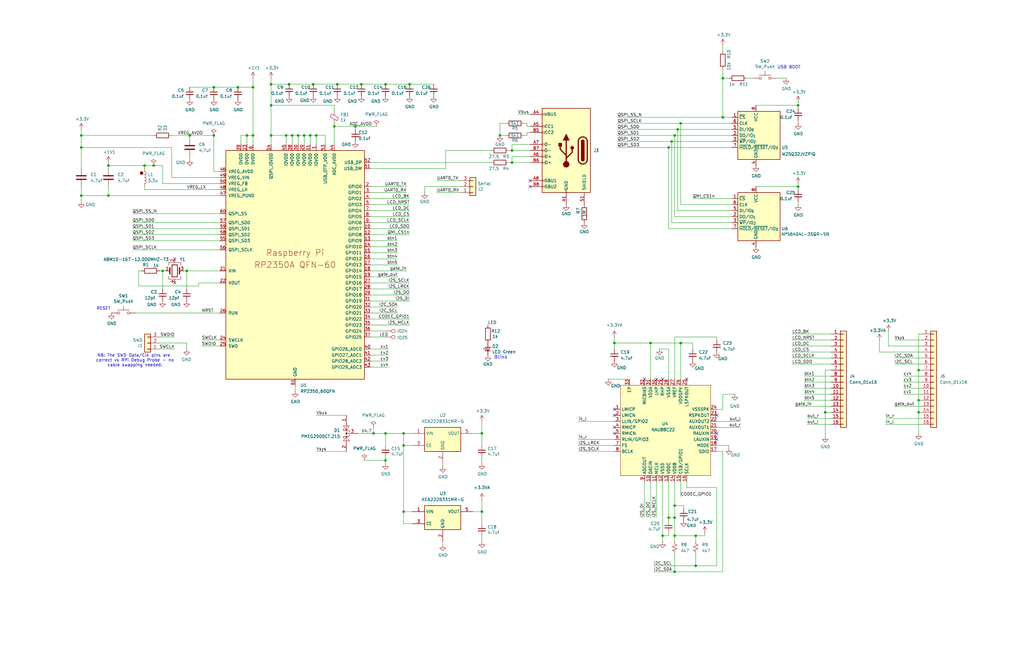
<source format=kicad_sch>
(kicad_sch (version 20250114) (generator "eeschema") (generator_version "9.0")
  (paper "B")
  (title_block (title "G081_Audio") (date "2021-12-09") (rev "0.2"))
  (circle (center 59.69 73.025) (radius 0.635) (stroke (width 0) (color 132 0 0 1)) (fill (type color) (color 132 0 0 1)))
  (text "USB BOOT" (at 332.74 28.448 0) (effects (font (size 1.27 1.27))))
  (text "Blink" (at 208.28 151.765 0) (effects (font (size 1.524 1.524)) (justify left bottom)))
  (text "RESET" (at 43.688 130.302 0) (effects (font (size 1.27 1.27))))
  (text "NB: The SWD Data/Clk pins are \ncorrect vs RPi Debug Probe - no\ncable swapping needed." (at 56.896 152.146 0) (effects (font (size 1.27 1.27))))
  (junction (at 336.55 44.45))
  (junction (at 274.32 144.78))
  (junction (at 215.9 63.5))
  (junction (at 106.68 36.83))
  (junction (at 285.75 54.61))
  (junction (at 387.35 173.99))
  (junction (at 90.17 36.83))
  (junction (at 336.55 78.74))
  (junction (at 287.02 144.78))
  (junction (at 284.48 57.15))
  (junction (at 114.3 44.45))
  (junction (at 152.4 35.56))
  (junction (at 170.18 182.88))
  (junction (at 162.56 35.56))
  (junction (at 120.65 57.15))
  (junction (at 123.19 57.15))
  (junction (at 142.24 35.56))
  (junction (at 132.08 35.56))
  (junction (at 170.18 187.96))
  (junction (at 45.72 69.85))
  (junction (at 203.2 215.9))
  (junction (at 281.94 62.23))
  (junction (at 68.58 114.3))
  (junction (at 100.33 36.83))
  (junction (at 281.94 218.44))
  (junction (at 347.98 173.99))
  (junction (at 172.72 35.56))
  (junction (at 162.56 182.88))
  (junction (at 128.27 57.15))
  (junction (at 34.29 57.15))
  (junction (at 284.48 241.3))
  (junction (at 170.18 215.9))
  (junction (at 45.72 82.55))
  (junction (at 283.21 59.69))
  (junction (at 387.35 168.91))
  (junction (at 149.86 53.34))
  (junction (at 104.14 57.15))
  (junction (at 133.35 57.15))
  (junction (at 121.92 35.56))
  (junction (at 125.73 57.15))
  (junction (at 215.9 68.58))
  (junction (at 279.4 226.06))
  (junction (at 114.3 35.56))
  (junction (at 140.97 53.34))
  (junction (at 34.29 62.23))
  (junction (at 284.48 226.06))
  (junction (at 284.48 218.44))
  (junction (at 293.37 238.76))
  (junction (at 34.29 82.55))
  (junction (at 304.8 33.02))
  (junction (at 203.2 182.88))
  (junction (at 284.48 213.36))
  (junction (at 162.56 194.31))
  (junction (at 157.48 182.88))
  (junction (at 210.82 57.15))
  (junction (at 90.17 57.15))
  (junction (at 130.81 57.15))
  (junction (at 80.01 57.15))
  (junction (at 60.96 69.85))
  (junction (at 106.68 57.15))
  (junction (at 304.8 49.53))
  (junction (at 287.02 52.07))
  (junction (at 293.37 226.06))
  (junction (at 387.35 156.21))
  (junction (at 64.77 69.85))
  (junction (at 259.08 144.78))
  (junction (at 78.74 114.3))
  (junction (at 114.3 57.15))
  (no_connect (at 259.08 175.26))
  (no_connect (at 276.86 160.02))
  (no_connect (at 302.26 175.26))
  (no_connect (at 302.26 185.42))
  (no_connect (at 259.08 172.72))
  (no_connect (at 279.4 160.02))
  (no_connect (at 223.52 78.74))
  (no_connect (at 259.08 180.34))
  (no_connect (at 271.78 160.02))
  (no_connect (at 289.56 160.02))
  (no_connect (at 302.26 182.88))
  (no_connect (at 73.66 109.22))
  (no_connect (at 223.52 76.2))
  (no_connect (at 259.08 182.88))
  (no_connect (at 73.66 119.38))
  (wire (pts (xy 302.26 142.24) (xy 302.26 143.51)))
  (wire (pts (xy 387.35 168.91) (xy 388.62 168.91)))
  (wire (pts (xy 156.21 127) (xy 172.72 127)))
  (wire (pts (xy 350.52 140.97) (xy 334.01 140.97)))
  (wire (pts (xy 106.68 60.96) (xy 106.68 57.15)))
  (wire (pts (xy 60.96 80.01) (xy 92.71 80.01)))
  (wire (pts (xy 157.48 182.88) (xy 162.56 182.88)))
  (wire (pts (xy 156.21 139.7) (xy 162.56 139.7)))
  (wire (pts (xy 279.4 226.06) (xy 279.4 228.6)))
  (wire (pts (xy 222.25 52.07) (xy 220.98 52.07)))
  (wire (pts (xy 156.21 88.9) (xy 172.72 88.9)))
  (wire (pts (xy 153.67 194.31) (xy 162.56 194.31)))
  (wire (pts (xy 388.62 179.07) (xy 373.38 179.07)))
  (wire (pts (xy 377.19 151.13) (xy 388.62 151.13)))
  (wire (pts (xy 214.63 68.58) (xy 215.9 68.58)))
  (wire (pts (xy 287.02 144.78) (xy 292.1 144.78)))
  (wire (pts (xy 45.72 71.12) (xy 45.72 69.85)))
  (wire (pts (xy 281.94 160.02) (xy 281.94 147.32)))
  (wire (pts (xy 34.29 57.15) (xy 64.77 57.15)))
  (wire (pts (xy 114.3 57.15) (xy 120.65 57.15)))
  (wire (pts (xy 223.52 63.5) (xy 215.9 63.5)))
  (wire (pts (xy 156.21 134.62) (xy 172.72 134.62)))
  (wire (pts (xy 156.21 81.28) (xy 171.45 81.28)))
  (wire (pts (xy 336.55 77.47) (xy 336.55 78.74)))
  (wire (pts (xy 274.32 218.44) (xy 274.32 203.2)))
  (wire (pts (xy 304.8 190.5) (xy 304.8 241.3)))
  (wire (pts (xy 156.21 137.16) (xy 172.72 137.16)))
  (wire (pts (xy 45.72 68.58) (xy 45.72 69.85)))
  (wire (pts (xy 151.13 182.88) (xy 157.48 182.88)))
  (wire (pts (xy 73.66 147.32) (xy 67.31 147.32)))
  (wire (pts (xy 276.86 218.44) (xy 276.86 203.2)))
  (wire (pts (xy 281.94 147.32) (xy 278.13 147.32)))
  (wire (pts (xy 308.61 83.82) (xy 292.1 83.82)))
  (wire (pts (xy 156.21 129.54) (xy 167.64 129.54)))
  (wire (pts (xy 34.29 57.15) (xy 34.29 62.23)))
  (wire (pts (xy 58.42 120.65) (xy 58.42 114.3)))
  (wire (pts (xy 222.25 57.15) (xy 220.98 57.15)))
  (wire (pts (xy 388.62 161.29) (xy 381 161.29)))
  (wire (pts (xy 243.84 187.96) (xy 259.08 187.96)))
  (wire (pts (xy 339.09 161.29) (xy 350.52 161.29)))
  (wire (pts (xy 199.39 215.9) (xy 203.2 215.9)))
  (wire (pts (xy 34.29 54.61) (xy 34.29 57.15)))
  (wire (pts (xy 114.3 44.45) (xy 114.3 57.15)))
  (wire (pts (xy 55.88 101.6) (xy 92.71 101.6)))
  (wire (pts (xy 149.86 53.34) (xy 158.75 53.34)))
  (wire (pts (xy 350.52 148.59) (xy 334.01 148.59)))
  (wire (pts (xy 170.18 215.9) (xy 170.18 187.96)))
  (wire (pts (xy 223.52 55.88) (xy 222.25 55.88)))
  (wire (pts (xy 256.54 160.02) (xy 265.43 160.02)))
  (wire (pts (xy 260.35 49.53) (xy 304.8 49.53)))
  (wire (pts (xy 68.58 77.47) (xy 68.58 69.85)))
  (wire (pts (xy 281.94 203.2) (xy 281.94 218.44)))
  (wire (pts (xy 67.31 142.24) (xy 73.66 142.24)))
  (wire (pts (xy 339.09 168.91) (xy 350.52 168.91)))
  (wire (pts (xy 213.36 52.07) (xy 210.82 52.07)))
  (wire (pts (xy 312.42 180.34) (xy 302.26 180.34)))
  (wire (pts (xy 170.18 182.88) (xy 173.99 182.88)))
  (wire (pts (xy 288.29 213.36) (xy 284.48 213.36)))
  (wire (pts (xy 284.48 213.36) (xy 284.48 218.44)))
  (wire (pts (xy 170.18 187.96) (xy 170.18 182.88)))
  (wire (pts (xy 85.09 143.51) (xy 92.71 143.51)))
  (wire (pts (xy 152.4 35.56) (xy 162.56 35.56)))
  (wire (pts (xy 281.94 96.52) (xy 308.61 96.52)))
  (wire (pts (xy 302.26 172.72) (xy 304.8 172.72)))
  (wire (pts (xy 173.99 215.9) (xy 170.18 215.9)))
  (wire (pts (xy 374.65 146.05) (xy 374.65 139.7)))
  (wire (pts (xy 83.82 120.65) (xy 58.42 120.65)))
  (wire (pts (xy 203.2 215.9) (xy 203.2 210.82)))
  (wire (pts (xy 203.2 193.04) (xy 203.2 195.58)))
  (wire (pts (xy 114.3 57.15) (xy 114.3 60.96)))
  (wire (pts (xy 55.88 96.52) (xy 92.71 96.52)))
  (wire (pts (xy 203.2 182.88) (xy 203.2 187.96)))
  (wire (pts (xy 172.72 119.38) (xy 156.21 119.38)))
  (wire (pts (xy 284.48 203.2) (xy 284.48 213.36)))
  (wire (pts (xy 210.82 52.07) (xy 210.82 57.15)))
  (wire (pts (xy 214.63 63.5) (xy 215.9 63.5)))
  (wire (pts (xy 314.96 33.02) (xy 317.5 33.02)))
  (wire (pts (xy 284.48 91.44) (xy 308.61 91.44)))
  (wire (pts (xy 339.09 163.83) (xy 350.52 163.83)))
  (wire (pts (xy 80.01 57.15) (xy 90.17 57.15)))
  (wire (pts (xy 350.52 143.51) (xy 334.01 143.51)))
  (wire (pts (xy 170.18 220.98) (xy 170.18 215.9)))
  (wire (pts (xy 339.09 158.75) (xy 350.52 158.75)))
  (wire (pts (xy 140.97 44.45) (xy 140.97 46.99)))
  (wire (pts (xy 259.08 185.42) (xy 243.84 185.42)))
  (wire (pts (xy 215.9 63.5) (xy 215.9 60.96)))
  (wire (pts (xy 132.08 35.56) (xy 142.24 35.56)))
  (wire (pts (xy 120.65 57.15) (xy 123.19 57.15)))
  (wire (pts (xy 187.96 71.12) (xy 156.21 71.12)))
  (wire (pts (xy 167.64 101.6) (xy 156.21 101.6)))
  (wire (pts (xy 370.84 148.59) (xy 388.62 148.59)))
  (wire (pts (xy 80.01 36.83) (xy 90.17 36.83)))
  (wire (pts (xy 55.88 105.41) (xy 92.71 105.41)))
  (wire (pts (xy 222.25 55.88) (xy 222.25 57.15)))
  (wire (pts (xy 293.37 238.76) (xy 293.37 233.68)))
  (wire (pts (xy 100.33 36.83) (xy 106.68 36.83)))
  (wire (pts (xy 187.96 63.5) (xy 207.01 63.5)))
  (wire (pts (xy 167.64 109.22) (xy 156.21 109.22)))
  (wire (pts (xy 120.65 57.15) (xy 120.65 60.96)))
  (wire (pts (xy 281.94 224.79) (xy 281.94 226.06)))
  (wire (pts (xy 287.02 203.2) (xy 287.02 209.55)))
  (wire (pts (xy 304.8 49.53) (xy 304.8 33.02)))
  (wire (pts (xy 302.26 238.76) (xy 293.37 238.76)))
  (wire (pts (xy 288.29 214.63) (xy 288.29 213.36)))
  (wire (pts (xy 312.42 177.8) (xy 302.26 177.8)))
  (wire (pts (xy 308.61 86.36) (xy 287.02 86.36)))
  (wire (pts (xy 274.32 144.78) (xy 274.32 160.02)))
  (wire (pts (xy 203.2 226.06) (xy 203.2 228.6)))
  (wire (pts (xy 387.35 140.97) (xy 387.35 156.21)))
  (wire (pts (xy 121.92 35.56) (xy 132.08 35.56)))
  (wire (pts (xy 284.48 57.15) (xy 284.48 91.44)))
  (wire (pts (xy 146.05 190.5) (xy 133.35 190.5)))
  (wire (pts (xy 125.73 57.15) (xy 125.73 60.96)))
  (wire (pts (xy 285.75 88.9) (xy 308.61 88.9)))
  (wire (pts (xy 304.8 33.02) (xy 304.8 29.21)))
  (wire (pts (xy 283.21 59.69) (xy 308.61 59.69)))
  (wire (pts (xy 284.48 241.3) (xy 304.8 241.3)))
  (wire (pts (xy 387.35 140.97) (xy 388.62 140.97)))
  (wire (pts (xy 156.21 154.94) (xy 163.83 154.94)))
  (wire (pts (xy 281.94 62.23) (xy 281.94 96.52)))
  (wire (pts (xy 370.84 148.59) (xy 370.84 143.51)))
  (wire (pts (xy 223.52 53.34) (xy 222.25 53.34)))
  (wire (pts (xy 336.55 44.45) (xy 336.55 45.72)))
  (wire (pts (xy 304.8 49.53) (xy 308.61 49.53)))
  (wire (pts (xy 260.35 59.69) (xy 283.21 59.69)))
  (wire (pts (xy 284.48 142.24) (xy 302.26 142.24)))
  (wire (pts (xy 140.97 52.07) (xy 140.97 53.34)))
  (wire (pts (xy 327.66 33.02) (xy 331.47 33.02)))
  (wire (pts (xy 283.21 59.69) (xy 283.21 93.98)))
  (wire (pts (xy 215.9 68.58) (xy 215.9 66.04)))
  (wire (pts (xy 292.1 144.78) (xy 292.1 147.32)))
  (wire (pts (xy 57.15 132.08) (xy 92.71 132.08)))
  (wire (pts (xy 259.08 144.78) (xy 274.32 144.78)))
  (wire (pts (xy 336.55 43.18) (xy 336.55 44.45)))
  (wire (pts (xy 260.35 52.07) (xy 287.02 52.07)))
  (wire (pts (xy 387.35 156.21) (xy 388.62 156.21)))
  (wire (pts (xy 284.48 218.44) (xy 284.48 226.06)))
  (wire (pts (xy 92.71 114.3) (xy 78.74 114.3)))
  (wire (pts (xy 350.52 146.05) (xy 334.01 146.05)))
  (wire (pts (xy 90.17 57.15) (xy 90.17 72.39)))
  (wire (pts (xy 34.29 78.74) (xy 34.29 82.55)))
  (wire (pts (xy 106.68 57.15) (xy 106.68 36.83)))
  (wire (pts (xy 55.88 93.98) (xy 92.71 93.98)))
  (wire (pts (xy 374.65 146.05) (xy 388.62 146.05)))
  (wire (pts (xy 336.55 85.09) (xy 336.55 86.36)))
  (wire (pts (xy 156.21 96.52) (xy 172.72 96.52)))
  (wire (pts (xy 318.77 78.74) (xy 336.55 78.74)))
  (wire (pts (xy 68.58 114.3) (xy 69.85 114.3)))
  (wire (pts (xy 279.4 203.2) (xy 279.4 226.06)))
  (wire (pts (xy 114.3 35.56) (xy 114.3 44.45)))
  (wire (pts (xy 289.56 205.74) (xy 289.56 203.2)))
  (wire (pts (xy 287.02 52.07) (xy 308.61 52.07)))
  (wire (pts (xy 167.64 104.14) (xy 156.21 104.14)))
  (wire (pts (xy 55.88 90.17) (xy 92.71 90.17)))
  (wire (pts (xy 156.21 83.82) (xy 172.72 83.82)))
  (wire (pts (xy 260.35 54.61) (xy 285.75 54.61)))
  (wire (pts (xy 114.3 44.45) (xy 140.97 44.45)))
  (wire (pts (xy 179.07 78.74) (xy 179.07 81.28)))
  (wire (pts (xy 387.35 156.21) (xy 387.35 168.91)))
  (wire (pts (xy 304.8 172.72) (xy 304.8 166.37)))
  (wire (pts (xy 68.58 69.85) (xy 64.77 69.85)))
  (wire (pts (xy 285.75 54.61) (xy 285.75 88.9)))
  (wire (pts (xy 45.72 69.85) (xy 60.96 69.85)))
  (wire (pts (xy 259.08 144.78) (xy 259.08 147.32)))
  (wire (pts (xy 125.73 57.15) (xy 128.27 57.15)))
  (wire (pts (xy 78.74 144.78) (xy 78.74 147.32)))
  (wire (pts (xy 260.35 57.15) (xy 284.48 57.15)))
  (wire (pts (xy 387.35 182.88) (xy 387.35 173.99)))
  (wire (pts (xy 223.52 66.04) (xy 215.9 66.04)))
  (wire (pts (xy 350.52 171.45) (xy 335.28 171.45)))
  (wire (pts (xy 167.64 106.68) (xy 156.21 106.68)))
  (wire (pts (xy 304.8 190.5) (xy 302.26 190.5)))
  (wire (pts (xy 55.88 99.06) (xy 92.71 99.06)))
  (wire (pts (xy 137.16 57.15) (xy 137.16 60.96)))
  (wire (pts (xy 162.56 193.04) (xy 162.56 194.31)))
  (wire (pts (xy 72.39 62.23) (xy 72.39 74.93)))
  (wire (pts (xy 156.21 121.92) (xy 172.72 121.92)))
  (wire (pts (xy 336.55 78.74) (xy 336.55 80.01)))
  (wire (pts (xy 140.97 53.34) (xy 149.86 53.34)))
  (wire (pts (xy 218.44 48.26) (xy 223.52 48.26)))
  (wire (pts (xy 130.81 57.15) (xy 133.35 57.15)))
  (wire (pts (xy 172.72 124.46) (xy 156.21 124.46)))
  (wire (pts (xy 45.72 78.74) (xy 45.72 82.55)))
  (wire (pts (xy 297.18 224.79) (xy 297.18 226.06)))
  (wire (pts (xy 347.98 173.99) (xy 347.98 184.15)))
  (wire (pts (xy 114.3 33.02) (xy 114.3 35.56)))
  (wire (pts (xy 284.48 57.15) (xy 308.61 57.15)))
  (wire (pts (xy 283.21 93.98) (xy 308.61 93.98)))
  (wire (pts (xy 339.09 166.37) (xy 350.52 166.37)))
  (wire (pts (xy 281.94 218.44) (xy 284.48 218.44)))
  (wire (pts (xy 271.78 218.44) (xy 271.78 203.2)))
  (wire (pts (xy 90.17 72.39) (xy 92.71 72.39)))
  (wire (pts (xy 340.36 179.07) (xy 350.52 179.07)))
  (wire (pts (xy 92.71 77.47) (xy 68.58 77.47)))
  (wire (pts (xy 60.96 80.01) (xy 60.96 78.74)))
  (wire (pts (xy 350.52 151.13) (xy 334.01 151.13)))
  (wire (pts (xy 184.15 76.2) (xy 194.31 76.2)))
  (wire (pts (xy 293.37 226.06) (xy 293.37 228.6)))
  (wire (pts (xy 133.35 175.26) (xy 146.05 175.26)))
  (wire (pts (xy 284.48 160.02) (xy 284.48 142.24)))
  (wire (pts (xy 67.31 114.3) (xy 68.58 114.3)))
  (wire (pts (xy 140.97 53.34) (xy 140.97 60.96)))
  (wire (pts (xy 162.56 194.31) (xy 162.56 195.58)))
  (wire (pts (xy 302.26 187.96) (xy 307.34 187.96)))
  (wire (pts (xy 387.35 173.99) (xy 388.62 173.99)))
  (wire (pts (xy 83.82 119.38) (xy 92.71 119.38)))
  (wire (pts (xy 156.21 116.84) (xy 167.64 116.84)))
  (wire (pts (xy 336.55 50.8) (xy 336.55 52.07)))
  (wire (pts (xy 388.62 158.75) (xy 381 158.75)))
  (wire (pts (xy 101.6 60.96) (xy 101.6 57.15)))
  (wire (pts (xy 340.36 176.53) (xy 350.52 176.53)))
  (wire (pts (xy 172.72 35.56) (xy 182.88 35.56)))
  (wire (pts (xy 142.24 35.56) (xy 152.4 35.56)))
  (wire (pts (xy 388.62 143.51) (xy 377.19 143.51)))
  (wire (pts (xy 223.52 60.96) (xy 215.9 60.96)))
  (wire (pts (xy 304.8 19.05) (xy 304.8 21.59)))
  (wire (pts (xy 162.56 182.88) (xy 170.18 182.88)))
  (wire (pts (xy 156.21 114.3) (xy 171.45 114.3)))
  (wire (pts (xy 156.21 149.86) (xy 163.83 149.86)))
  (wire (pts (xy 388.62 163.83) (xy 381 163.83)))
  (wire (pts (xy 156.21 99.06) (xy 172.72 99.06)))
  (wire (pts (xy 302.26 205.74) (xy 302.26 238.76)))
  (wire (pts (xy 156.21 93.98) (xy 172.72 93.98)))
  (wire (pts (xy 347.98 173.99) (xy 350.52 173.99)))
  (wire (pts (xy 58.42 114.3) (xy 59.69 114.3)))
  (wire (pts (xy 156.21 152.4) (xy 163.83 152.4)))
  (wire (pts (xy 281.94 218.44) (xy 281.94 219.71)))
  (wire (pts (xy 83.82 120.65) (xy 83.82 119.38)))
  (wire (pts (xy 133.35 57.15) (xy 137.16 57.15)))
  (wire (pts (xy 156.21 142.24) (xy 162.56 142.24)))
  (wire (pts (xy 156.21 86.36) (xy 172.72 86.36)))
  (wire (pts (xy 388.62 166.37) (xy 381 166.37)))
  (wire (pts (xy 347.98 156.21) (xy 347.98 173.99)))
  (wire (pts (xy 162.56 35.56) (xy 172.72 35.56)))
  (wire (pts (xy 101.6 57.15) (xy 104.14 57.15)))
  (wire (pts (xy 304.8 166.37) (xy 309.88 166.37)))
  (wire (pts (xy 275.59 241.3) (xy 284.48 241.3)))
  (wire (pts (xy 284.48 233.68) (xy 284.48 241.3)))
  (wire (pts (xy 186.69 195.58) (xy 186.69 196.85)))
  (wire (pts (xy 85.09 146.05) (xy 92.71 146.05)))
  (wire (pts (xy 156.21 91.44) (xy 172.72 91.44)))
  (wire (pts (xy 307.34 33.02) (xy 304.8 33.02)))
  (wire (pts (xy 259.08 142.24) (xy 259.08 144.78)))
  (wire (pts (xy 387.35 173.99) (xy 387.35 168.91)))
  (wire (pts (xy 156.21 147.32) (xy 163.83 147.32)))
  (wire (pts (xy 167.64 111.76) (xy 156.21 111.76)))
  (wire (pts (xy 72.39 74.93) (xy 92.71 74.93)))
  (wire (pts (xy 187.96 63.5) (xy 187.96 71.12)))
  (wire (pts (xy 156.21 68.58) (xy 207.01 68.58)))
  (wire (pts (xy 243.84 190.5) (xy 259.08 190.5)))
  (wire (pts (xy 80.01 57.15) (xy 80.01 58.42)))
  (wire (pts (xy 67.31 144.78) (xy 78.74 144.78)))
  (wire (pts (xy 281.94 62.23) (xy 308.61 62.23)))
  (wire (pts (xy 34.29 82.55) (xy 45.72 82.55)))
  (wire (pts (xy 128.27 57.15) (xy 130.81 57.15)))
  (wire (pts (xy 68.58 121.92) (xy 68.58 114.3)))
  (wire (pts (xy 104.14 57.15) (xy 104.14 60.96)))
  (wire (pts (xy 222.25 53.34) (xy 222.25 52.07)))
  (wire (pts (xy 133.35 57.15) (xy 133.35 60.96)))
  (wire (pts (xy 293.37 226.06) (xy 284.48 226.06)))
  (wire (pts (xy 104.14 57.15) (xy 106.68 57.15)))
  (wire (pts (xy 106.68 33.02) (xy 106.68 36.83)))
  (wire (pts (xy 173.99 220.98) (xy 170.18 220.98)))
  (wire (pts (xy 124.46 165.1) (xy 124.46 162.56)))
  (wire (pts (xy 184.15 81.28) (xy 194.31 81.28)))
  (wire (pts (xy 350.52 153.67) (xy 334.01 153.67)))
  (wire (pts (xy 289.56 205.74) (xy 302.26 205.74)))
  (wire (pts (xy 259.08 177.8) (xy 243.84 177.8)))
  (wire (pts (xy 170.18 187.96) (xy 173.99 187.96)))
  (wire (pts (xy 78.74 114.3) (xy 78.74 121.92)))
  (wire (pts (xy 156.21 132.08) (xy 167.64 132.08)))
  (wire (pts (xy 72.39 57.15) (xy 80.01 57.15)))
  (wire (pts (xy 388.62 171.45) (xy 377.19 171.45)))
  (wire (pts (xy 377.19 153.67) (xy 388.62 153.67)))
  (wire (pts (xy 162.56 182.88) (xy 162.56 187.96)))
  (wire (pts (xy 45.72 82.55) (xy 92.71 82.55)))
  (wire (pts (xy 223.52 68.58) (xy 215.9 68.58)))
  (wire (pts (xy 60.96 69.85) (xy 60.96 71.12)))
  (wire (pts (xy 284.48 226.06) (xy 284.48 228.6)))
  (wire (pts (xy 199.39 182.88) (xy 203.2 182.88)))
  (wire (pts (xy 34.29 62.23) (xy 34.29 71.12)))
  (wire (pts (xy 128.27 57.15) (xy 128.27 60.96)))
  (wire (pts (xy 287.02 160.02) (xy 287.02 144.78)))
  (wire (pts (xy 130.81 57.15) (xy 130.81 60.96)))
  (wire (pts (xy 279.4 226.06) (xy 281.94 226.06)))
  (wire (pts (xy 156.21 78.74) (xy 171.45 78.74)))
  (wire (pts (xy 388.62 176.53) (xy 373.38 176.53)))
  (wire (pts (xy 114.3 35.56) (xy 121.92 35.56)))
  (wire (pts (xy 203.2 182.88) (xy 203.2 177.8)))
  (wire (pts (xy 186.69 228.6) (xy 186.69 229.87)))
  (wire (pts (xy 77.47 114.3) (xy 78.74 114.3)))
  (wire (pts (xy 287.02 86.36) (xy 287.02 52.07)))
  (wire (pts (xy 90.17 36.83) (xy 100.33 36.83)))
  (wire (pts (xy 34.29 82.55) (xy 34.29 85.09)))
  (wire (pts (xy 157.48 180.34) (xy 157.48 182.88)))
  (wire (pts (xy 285.75 54.61) (xy 308.61 54.61)))
  (wire (pts (xy 275.59 238.76) (xy 293.37 238.76)))
  (wire (pts (xy 194.31 78.74) (xy 179.07 78.74)))
  (wire (pts (xy 123.19 57.15) (xy 125.73 57.15)))
  (wire (pts (xy 287.02 144.78) (xy 274.32 144.78)))
  (wire (pts (xy 350.52 156.21) (xy 347.98 156.21)))
  (wire (pts (xy 260.35 62.23) (xy 281.94 62.23)))
  (wire (pts (xy 318.77 44.45) (xy 336.55 44.45)))
  (wire (pts (xy 297.18 226.06) (xy 293.37 226.06)))
  (wire (pts (xy 64.77 69.85) (xy 60.96 69.85)))
  (wire (pts (xy 149.86 53.34) (xy 149.86 54.61)))
  (wire (pts (xy 203.2 215.9) (xy 203.2 220.98)))
  (wire (pts (xy 80.01 67.31) (xy 80.01 66.04)))
  (wire (pts (xy 123.19 57.15) (xy 123.19 60.96)))
  (wire (pts (xy 34.29 62.23) (xy 72.39 62.23)))
  (wire (pts (xy 307.34 187.96) (xy 307.34 189.23)))
  (wire (pts (xy 213.36 57.15) (xy 210.82 57.15)))
  (label "QSPI_SD3" (at 55.88 101.6 0))
  (label "out_r" (at 312.42 180.34 180))
  (label "SWDIO" (at 85.09 146.05 0))
  (label "gate_out" (at 377.19 171.45 0))
  (label "I2S_MCLK" (at 172.72 137.16 180))
  (label "btn3" (at 167.64 106.68 180))
  (label "ADC_AVDD" (at 147.32 53.34 0))
  (label "Vbus" (at 218.44 48.26 0))
  (label "NRST" (at 85.09 132.08 0))
  (label "LCD_CS" (at 172.72 91.44 180))
  (label "in_l" (at 373.38 179.07 0))
  (label "LCD_DC" (at 334.01 146.05 0))
  (label "cv4" (at 381 158.75 0))
  (label "QMI_CS1n" (at 292.1 83.82 0))
  (label "LCD_SCLK" (at 334.01 151.13 0))
  (label "in_l" (at 243.84 177.8 0))
  (label "btn4" (at 167.64 109.22 180))
  (label "QSPI_SCLK" (at 55.88 105.41 0))
  (label "out_l" (at 340.36 179.07 0))
  (label "Vsys" (at 377.19 143.51 0))
  (label "Vsys" (at 133.35 190.5 0))
  (label "LCD_SDO" (at 172.72 96.52 180))
  (label "I2C_SDA" (at 167.64 129.54 180))
  (label "LCD_NRST" (at 334.01 143.51 0))
  (label "LCD_DC" (at 172.72 88.9 180))
  (label "gate_in" (at 171.45 114.3 180))
  (label "I2S_SCLK" (at 172.72 119.38 180))
  (label "QSPI_SD1" (at 260.35 57.15 0))
  (label "QSPI_SCLK" (at 260.35 52.07 0))
  (label "cv2" (at 163.83 149.86 180))
  (label "Vbus" (at 133.35 175.26 0))
  (label "UART0_RX" (at 171.45 81.28 180))
  (label "SWCLK" (at 85.09 143.51 0))
  (label "SWCLK" (at 73.66 147.32 180))
  (label "VREG_LX" (at 78.74 80.01 0))
  (label "btn5" (at 167.64 111.76 180))
  (label "cv4" (at 163.83 154.94 180))
  (label "I2S_MCLK" (at 276.86 218.44 90))
  (label "I2C_SDA" (at 275.59 241.3 0))
  (label "btn2" (at 167.64 104.14 180))
  (label "cv3" (at 163.83 152.4 180))
  (label "LCD_NRST" (at 172.72 86.36 180))
  (label "I2C_SCL" (at 275.59 238.76 0))
  (label "LCD_CS" (at 334.01 148.59 0))
  (label "btn1" (at 167.64 101.6 180))
  (label "I2S_DO" (at 274.32 218.44 90))
  (label "QSPI_SD2" (at 55.88 99.06 0))
  (label "LED" (at 205.74 137.16 0))
  (label "V4.7" (at 152.4 182.88 0))
  (label "UART0_RX" (at 184.15 81.28 0))
  (label "I2S_LRCK" (at 172.72 121.92 180))
  (label "QSPI_SD1" (at 55.88 96.52 0))
  (label "out_l" (at 312.42 177.8 180))
  (label "btn2" (at 339.09 161.29 0))
  (label "LCD_SCLK" (at 172.72 93.98 180))
  (label "I2S_DI" (at 271.78 218.44 90))
  (label "I2C_SCL" (at 377.19 153.67 0))
  (label "QSPI_SS_N" (at 55.88 90.17 0))
  (label "cv3" (at 381 161.29 0))
  (label "gate_in" (at 335.28 171.45 0))
  (label "cv1" (at 381 166.37 0))
  (label "UART0_TX" (at 171.45 78.74 180))
  (label "I2S_SCLK" (at 243.84 190.5 0))
  (label "in_r" (at 243.84 185.42 0))
  (label "QSPI_SD0" (at 55.88 93.98 0))
  (label "I2S_DO" (at 172.72 124.46 180))
  (label "QSPI_SD0" (at 260.35 54.61 0))
  (label "QMI_CS1n" (at 172.72 99.06 180))
  (label "UART0_TX" (at 184.15 76.2 0))
  (label "LCD_SDO" (at 334.01 153.67 0))
  (label "I2C_SDA" (at 377.19 151.13 0))
  (label "QSPI_SD3" (at 260.35 62.23 0))
  (label "cv1" (at 163.83 147.32 180))
  (label "QSPI_SS_N" (at 260.35 49.53 0))
  (label "btn3" (at 339.09 163.83 0))
  (label "SWDIO" (at 73.66 142.24 180))
  (label "LED" (at 160.02 142.24 0))
  (label "VREG_AVDD" (at 74.93 57.15 0))
  (label "LCD_BK" (at 334.01 140.97 0))
  (label "QSPI_SD2" (at 260.35 59.69 0))
  (label "I2S_LRCK" (at 243.84 187.96 0))
  (label "in_r" (at 373.38 176.53 0))
  (label "btn5" (at 339.09 168.91 0))
  (label "CODEC_GPIO1" (at 172.72 134.62 180))
  (label "cv2" (at 381 163.83 0))
  (label "gate_out" (at 167.64 116.84 180))
  (label "I2S_DI" (at 172.72 127 180))
  (label "btn1" (at 339.09 158.75 0))
  (label "LCD_BK" (at 172.72 83.82 180))
  (label "I2C_SCL" (at 167.64 132.08 180))
  (label "btn4" (at 339.09 166.37 0))
  (label "CODEC_GPIO1" (at 287.02 209.55 0))
  (label "out_r" (at 340.36 176.53 0))
  (symbol (lib_name "W25Q32JVSS_1") (lib_id "Memory_Flash:W25Q32JVSS") (at 318.77 57.15 0) (unit 1)
    (property "Reference" "U5" (at 330.962 62.23 0))
    (property "Value" "W25Q32JVZPIQ" (at 336.804 65.024 0))
    (property "Footprint" "Package_SON:WSON-8-1EP_6x5mm_P1.27mm_EP3.4x4.3mm" (effects (hide yes)))
    (property "Datasheet" "http://www.winbond.com/resource-files/w25q32jv%20revg%2003272018%20plus.pdf" (effects (hide yes)))
    (property "Description" "32Mbit / 4MiB Serial Flash Memory, Standard/Dual/Quad SPI, 2.7-3.6V, SOIC-8 (208 mil)" (effects (hide yes)))
  )
  (symbol (lib_id "Device:C_Small") (at 336.55 48.26 0) (unit 1)
    (property "Reference" "C24" (at 331.47 46.99 0) (effects (justify left)))
    (property "Value" "0.1uf" (at 328.93 49.53 0) (effects (justify left)))
    (property "Footprint" "Capacitor_SMD:C_0402_1005Metric" (effects (hide yes)))
  )
  (symbol (lib_id "power:GND") (at 336.55 52.07 0) (unit 1)
    (property "Reference" "#PWR47" (effects (hide yes)))
    (property "Value" "GND" (at 336.677 56.4642 0))
  )
  (symbol (lib_id "power:+3.3V") (at 336.55 43.18 0) (unit 1)
    (property "Reference" "#PWR46" (effects (hide yes)))
    (property "Value" "+3.3V" (at 336.931 38.7858 0))
  )
  (symbol (lib_id "power:GND") (at 318.77 69.85 0) (unit 1)
    (property "Reference" "#PWR43" (effects (hide yes)))
    (property "Value" "GND" (at 318.897 74.2442 0))
  )
  (symbol (lib_id "Device:R") (at 210.82 68.58 90) (unit 1)
    (property "Reference" "R4" (at 213.36 71.12 90))
    (property "Value" "27.5" (at 208.28 71.12 90))
    (property "Footprint" "Resistor_SMD:R_0402_1005Metric" (effects (hide yes)))
  )
  (symbol (lib_id "Device:R") (at 210.82 63.5 90) (unit 1)
    (property "Reference" "R3" (at 213.36 66.04 90))
    (property "Value" "27.5" (at 208.28 66.04 90))
    (property "Footprint" "Resistor_SMD:R_0402_1005Metric" (effects (hide yes)))
  )
  (symbol (lib_id "Device:C_Small") (at 149.86 57.15 0) (unit 1)
    (property "Reference" "C12" (at 151.13 55.88 0) (effects (justify left)))
    (property "Value" "0.1uf" (at 151.13 58.42 0) (effects (justify left)))
    (property "Footprint" "Capacitor_SMD:C_0402_1005Metric" (effects (hide yes)))
  )
  (symbol (lib_id "power:GND") (at 149.86 59.69 0) (unit 1)
    (property "Reference" "#PWR17" (effects (hide yes)))
    (property "Value" "GND" (at 146.05 60.96 0))
  )
  (symbol (lib_id "Device:C_Small") (at 121.92 38.1 0) (unit 1)
    (property "Reference" "C9" (at 116.84 36.83 0) (effects (justify left)))
    (property "Value" "0.1uf" (at 114.3 39.37 0) (effects (justify left)))
    (property "Footprint" "Capacitor_SMD:C_0402_1005Metric" (effects (hide yes)))
  )
  (symbol (lib_id "power:GND") (at 121.92 40.64 0) (unit 1)
    (property "Reference" "#PWR13" (effects (hide yes)))
    (property "Value" "GND" (at 117.856 42.672 0))
  )
  (symbol (lib_id "Device:C_Small") (at 132.08 38.1 0) (unit 1)
    (property "Reference" "C10" (at 127 36.83 0) (effects (justify left)))
    (property "Value" "0.1uf" (at 124.46 39.37 0) (effects (justify left)))
    (property "Footprint" "Capacitor_SMD:C_0402_1005Metric" (effects (hide yes)))
  )
  (symbol (lib_id "Device:C_Small") (at 142.24 38.1 0) (unit 1)
    (property "Reference" "C11" (at 137.16 36.83 0) (effects (justify left)))
    (property "Value" "0.1uf" (at 134.62 39.37 0) (effects (justify left)))
    (property "Footprint" "Capacitor_SMD:C_0402_1005Metric" (effects (hide yes)))
  )
  (symbol (lib_id "power:GND") (at 132.08 40.64 0) (unit 1)
    (property "Reference" "#PWR15" (effects (hide yes)))
    (property "Value" "GND" (at 128.524 42.418 0))
  )
  (symbol (lib_id "power:GND") (at 142.24 40.64 0) (unit 1)
    (property "Reference" "#PWR16" (effects (hide yes)))
    (property "Value" "GND" (at 138.176 42.672 0))
  )
  (symbol (lib_id "Device:C_Small") (at 162.56 38.1 0) (unit 1)
    (property "Reference" "C14" (at 157.48 36.83 0) (effects (justify left)))
    (property "Value" "0.1uf" (at 154.94 39.37 0) (effects (justify left)))
    (property "Footprint" "Capacitor_SMD:C_0402_1005Metric" (effects (hide yes)))
  )
  (symbol (lib_id "power:GND") (at 162.56 40.64 0) (unit 1)
    (property "Reference" "#PWR19" (effects (hide yes)))
    (property "Value" "GND" (at 158.496 42.672 0))
  )
  (symbol (lib_id "Device:C_Small") (at 172.72 38.1 0) (unit 1)
    (property "Reference" "C16" (at 167.64 36.83 0) (effects (justify left)))
    (property "Value" "0.1uf" (at 165.1 39.37 0) (effects (justify left)))
    (property "Footprint" "Capacitor_SMD:C_0402_1005Metric" (effects (hide yes)))
  )
  (symbol (lib_id "power:GND") (at 172.72 40.64 0) (unit 1)
    (property "Reference" "#PWR21" (effects (hide yes)))
    (property "Value" "GND" (at 172.847 45.0342 0))
  )
  (symbol (lib_id "Device:Crystal_GND24") (at 73.66 114.3 0) (unit 1)
    (property "Reference" "Y1" (at 76.962 109.474 0))
    (property "Value" "ABM10-167-12.000MHZ-T3" (at 57.404 109.474 0))
    (property "Footprint" "Crystal:Crystal_SMD_2520-4Pin_2.5x2.0mm" (effects (hide yes)))
    (property "Description" "Four pin crystal, GND on pins 2 and 4" (effects (hide yes)))
  )
  (symbol (lib_id "Device:R") (at 63.5 114.3 270) (unit 1)
    (property "Reference" "R1" (at 61.468 111.76 90))
    (property "Value" "1k" (at 65.786 112.014 90))
    (property "Footprint" "Resistor_SMD:R_0402_1005Metric" (effects (hide yes)))
  )
  (symbol (lib_id "Device:C_Small") (at 68.58 124.46 0) (unit 1)
    (property "Reference" "C3" (at 63.5 123.19 0) (effects (justify left)))
    (property "Value" "12pf" (at 60.96 125.73 0) (effects (justify left)))
    (property "Footprint" "Capacitor_SMD:C_0402_1005Metric" (effects (hide yes)))
  )
  (symbol (lib_id "Device:C_Small") (at 78.74 124.46 0) (unit 1)
    (property "Reference" "C4" (at 73.66 123.19 0) (effects (justify left)))
    (property "Value" "12pf" (at 71.12 125.73 0) (effects (justify left)))
    (property "Footprint" "Capacitor_SMD:C_0402_1005Metric" (effects (hide yes)))
  )
  (symbol (lib_id "power:GND") (at 68.58 127 0) (unit 1)
    (property "Reference" "#PWR5" (effects (hide yes)))
    (property "Value" "GND" (at 64.008 128.524 0))
  )
  (symbol (lib_id "power:GND") (at 78.74 127 0) (unit 1)
    (property "Reference" "#PWR6" (effects (hide yes)))
    (property "Value" "GND" (at 74.168 128.524 0))
  )
  (symbol (lib_id "Device:R") (at 304.8 25.4 180) (unit 1)
    (property "Reference" "R10" (at 307.34 22.86 90))
    (property "Value" "10k" (at 307.34 27.94 90))
    (property "Footprint" "Resistor_SMD:R_0402_1005Metric" (effects (hide yes)))
  )
  (symbol (lib_id "power:+3.3V") (at 304.8 19.05 0) (unit 1)
    (property "Reference" "#PWR40" (effects (hide yes)))
    (property "Value" "+3.3V" (at 305.181 14.6558 0))
  )
  (symbol (lib_id "Device:R") (at 311.15 33.02 90) (unit 1)
    (property "Reference" "R11" (at 313.69 35.56 90))
    (property "Value" "1k" (at 308.61 35.56 90))
    (property "Footprint" "Resistor_SMD:R_0402_1005Metric" (effects (hide yes)))
  )
  (symbol (lib_id "Switch:SW_Push") (at 322.58 33.02 0) (unit 1)
    (property "Reference" "SW2" (at 322.58 25.781 0))
    (property "Value" "SW_Push" (at 322.58 28.0924 0))
    (property "Footprint" "EMEB:SW_SPST_PTS815" (effects (hide yes)))
  )
  (symbol (lib_id "power:GND") (at 331.47 33.02 0) (unit 1)
    (property "Reference" "#PWR45" (effects (hide yes)))
    (property "Value" "GND" (at 331.597 37.4142 0))
  )
  (symbol (lib_id "power:GND") (at 162.56 195.58 0) (unit 1)
    (property "Reference" "#PWR20" (effects (hide yes)))
    (property "Value" "GND" (at 162.687 199.9742 0))
  )
  (symbol (lib_id "Device:C_Small") (at 162.56 190.5 0) (unit 1)
    (property "Reference" "C15" (at 164.8968 189.3316 0) (effects (justify left)))
    (property "Value" "4.7uf" (at 164.8968 191.643 0) (effects (justify left)))
    (property "Footprint" "Capacitor_SMD:C_0402_1005Metric" (effects (hide yes)))
  )
  (symbol (lib_id "power:GND") (at 203.2 195.58 0) (unit 1)
    (property "Reference" "#PWR26" (effects (hide yes)))
    (property "Value" "GND" (at 203.327 199.9742 0))
  )
  (symbol (lib_id "Device:C_Small") (at 203.2 190.5 0) (unit 1)
    (property "Reference" "C17" (at 205.5368 189.3316 0) (effects (justify left)))
    (property "Value" "4.7uf" (at 205.5368 191.643 0) (effects (justify left)))
    (property "Footprint" "Capacitor_SMD:C_0402_1005Metric" (effects (hide yes)))
  )
  (symbol (lib_id "power:+3.3V") (at 203.2 177.8 0) (unit 1)
    (property "Reference" "#PWR25" (effects (hide yes)))
    (property "Value" "+3.3V" (at 203.581 173.4058 0))
  )
  (symbol (lib_id "power:GND") (at 186.69 196.85 0) (unit 1)
    (property "Reference" "#PWR23" (effects (hide yes)))
    (property "Value" "GND" (at 186.817 201.2442 0))
  )
  (symbol (lib_id "power:+3.3V") (at 297.18 224.79 0) (unit 1)
    (property "Reference" "#PWR38" (effects (hide yes)))
    (property "Value" "+3.3V" (at 297.561 220.3958 0))
  )
  (symbol (lib_id "power:GND") (at 292.1 152.4 0) (unit 1)
    (property "Reference" "#PWR37" (effects (hide yes)))
    (property "Value" "GND" (at 294.894 155.448 0))
    (property "Description" "Power symbol creates a global label with name \"GND\" , ground" (effects (hide yes)))
  )
  (symbol (lib_id "power:+3.3VA") (at 370.84 143.51 0) (unit 1)
    (property "Reference" "#PWR53" (effects (hide yes)))
    (property "Value" "+3.3VA" (at 370.078 139.446 0))
    (property "Description" "Power symbol creates a global label with name \"+3.3VA\"" (effects (hide yes)))
  )
  (symbol (lib_id "power:GND") (at 205.74 149.86 0) (unit 1)
    (property "Reference" "#PWR52" (effects (hide yes)))
    (property "Value" "GND" (at 205.74 153.67 0))
    (property "Description" "Power symbol creates a global label with name \"GND\" , ground" (effects (hide yes)))
  )
  (symbol (lib_id "power:GND") (at 78.74 147.32 0) (mirror y) (unit 1)
    (property "Reference" "#U1" (effects (hide yes)))
    (property "Value" "GND" (at 78.613 151.7142 0))
    (property "Description" "Power symbol creates a global label with name \"GND\" , ground" (effects (hide yes)))
  )
  (symbol (lib_id "Device:R") (at 217.17 52.07 90) (mirror x) (unit 1)
    (property "Reference" "R5" (at 217.17 54.102 90))
    (property "Value" "5k1" (at 217.17 52.07 90))
    (property "Footprint" "Resistor_SMD:R_0402_1005Metric" (effects (hide yes)))
  )
  (symbol (lib_id "power:+1V1") (at 106.68 33.02 0) (unit 1)
    (property "Reference" "#PWR11" (effects (hide yes)))
    (property "Value" "+1V1" (at 107.061 28.6258 0))
  )
  (symbol (lib_id "Connector_Generic:Conn_01x16") (at 393.7 158.75 0) (unit 1)
    (property "Reference" "J6" (at 396.24 158.7499 0) (effects (justify left)))
    (property "Value" "Conn_01x16" (at 396.24 161.2899 0) (effects (justify left)))
    (property "Footprint" "Connector_PinHeader_2.54mm:PinHeader_1x16_P2.54mm_Vertical" (effects (hide yes)))
    (property "Description" "Generic connector, single row, 01x16, script generated (kicad-library-utils/schlib/autogen/connector/)" (effects (hide yes)))
  )
  (symbol (lib_id "power:GND") (at 80.01 41.91 0) (unit 1)
    (property "Reference" "#PWR7" (effects (hide yes)))
    (property "Value" "GND" (at 80.137 46.3042 0))
  )
  (symbol (lib_id "power:GND") (at 179.07 81.28 0) (mirror y) (unit 1)
    (property "Reference" "#PWR22" (effects (hide yes)))
    (property "Value" "GND" (at 179.07 85.09 0))
    (property "Description" "Power symbol creates a global label with name \"GND\" , ground" (effects (hide yes)))
  )
  (symbol (lib_id "power:+1V1") (at 45.72 68.58 0) (unit 1)
    (property "Reference" "#PWR3" (effects (hide yes)))
    (property "Value" "+1V1" (at 46.101 64.1858 0))
  )
  (symbol (lib_id "Device:FerriteBead_Small") (at 140.97 49.53 0) (unit 1)
    (property "Reference" "FB1" (at 143.51 48.3616 0) (effects (justify left)))
    (property "Value" "1k" (at 143.51 50.673 0) (effects (justify left)))
    (property "Footprint" "Inductor_SMD:L_0603_1608Metric" (effects (hide yes)))
    (property "Description" "Ferrite bead, small symbol" (effects (hide yes)))
  )
  (symbol (lib_id "EMEB:RP2350_60QFN") (at 124.46 111.76 0) (unit 1)
    (property "Reference" "U1" (at 126.6541 162.56 0) (effects (justify left)))
    (property "Value" "RP2350_60QFN" (at 126.6541 165.1 0) (effects (justify left)))
    (property "Footprint" "EMEB:RP2350-QFN-60-1EP_7x7_P0.4mm_EP3.4x3.4mm_ThermalVias" (effects (hide yes)))
  )
  (symbol (lib_id "power:+3.3V") (at 34.29 54.61 0) (unit 1)
    (property "Reference" "#PWR1" (effects (hide yes)))
    (property "Value" "+3.3V" (at 34.671 50.2158 0))
  )
  (symbol (lib_id "power:+3.3V") (at 374.65 139.7 0) (unit 1)
    (property "Reference" "#PWR54" (effects (hide yes)))
    (property "Value" "+3.3V" (at 375.031 135.3058 0))
  )
  (symbol (lib_id "power:GND") (at 279.4 228.6 0) (unit 1)
    (property "Reference" "#PWR35" (effects (hide yes)))
    (property "Value" "GND" (at 276.098 230.632 0))
    (property "Description" "Power symbol creates a global label with name \"GND\" , ground" (effects (hide yes)))
  )
  (symbol (lib_id "power:PWR_FLAG") (at 158.75 53.34 0) (unit 1)
    (property "Reference" "#FLG4" (effects (hide yes)))
    (property "Value" "PWR_FLAG" (at 158.75 48.26 0))
    (property "Description" "Special symbol for telling ERC where power comes from" (effects (hide yes)))
  )
  (symbol (lib_id "Connector_Generic:Conn_01x03") (at 199.39 78.74 0) (mirror x) (unit 1)
    (property "Reference" "J2" (at 201.422 79.8068 0) (effects (justify left)))
    (property "Value" "Serial" (at 201.422 77.4954 0) (effects (justify left)))
    (property "Footprint" "Connector_JST:JST_SH_SM03B-SRSS-TB_1x03-1MP_P1.00mm_Horizontal" (effects (hide yes)))
    (property "Description" "Generic connector, single row, 01x03, script generated (kicad-library-utils/schlib/autogen/connector/)" (effects (hide yes)))
  )
  (symbol (lib_id "Device:C_Small") (at 302.26 146.05 0) (unit 1)
    (property "Reference" "C23" (at 304.8 144.7863 0) (effects (justify left)))
    (property "Value" "4.7uf" (at 304.8 147.32 0) (effects (justify left)))
    (property "Footprint" "Capacitor_SMD:C_0402_1005Metric" (effects (hide yes)))
  )
  (symbol (lib_id "Device:C_Small") (at 80.01 39.37 0) (unit 1)
    (property "Reference" "C5" (at 74.93 38.1 0) (effects (justify left)))
    (property "Value" "0.1uf" (at 72.39 40.64 0) (effects (justify left)))
    (property "Footprint" "Capacitor_SMD:C_0402_1005Metric" (effects (hide yes)))
  )
  (symbol (lib_id "Connector:USB_C_Receptacle_USB2.0_16P") (at 238.76 63.5 0) (mirror y) (unit 1)
    (property "Reference" "J3" (at 250.19 63.4999 0) (effects (justify right)))
    (property "Value" "USB_C_Receptacle_USB2.0" (effects (hide yes)))
    (property "Footprint" "Connector_USB:USB_C_Receptacle_HRO_TYPE-C-31-M-12" (effects (hide yes)))
    (property "Datasheet" "https://www.usb.org/sites/default/files/documents/usb_type-c.zip" (effects (hide yes)))
    (property "Description" "USB 2.0-only 16P Type-C Receptacle connector" (effects (hide yes)))
  )
  (symbol (lib_id "power:PWR_FLAG") (at 153.67 194.31 0) (unit 1)
    (property "Reference" "#FLG5" (effects (hide yes)))
    (property "Value" "PWR_FLAG" (at 153.67 189.23 0))
    (property "Description" "Special symbol for telling ERC where power comes from" (effects (hide yes)))
  )
  (symbol (lib_id "Device:C_Small") (at 100.33 39.37 0) (unit 1)
    (property "Reference" "C8" (at 95.25 38.1 0) (effects (justify left)))
    (property "Value" "0.1uf" (at 92.71 40.64 0) (effects (justify left)))
    (property "Footprint" "Capacitor_SMD:C_0402_1005Metric" (effects (hide yes)))
  )
  (symbol (lib_id "power:GND") (at 124.46 165.1 0) (unit 1)
    (property "Reference" "#PWR14" (effects (hide yes)))
    (property "Value" "GND" (at 124.587 169.4942 0))
  )
  (symbol (lib_id "power:GND") (at 387.35 182.88 0) (unit 1)
    (property "Reference" "#PWR55" (effects (hide yes)))
    (property "Value" "GND" (at 387.477 187.2742 0))
  )
  (symbol (lib_id "power:GND") (at 256.54 160.02 0) (unit 1)
    (property "Reference" "#PWR56" (effects (hide yes)))
    (property "Value" "GND" (at 259.588 162.814 0))
    (property "Description" "Power symbol creates a global label with name \"GND\" , ground" (effects (hide yes)))
  )
  (symbol (lib_id "power:+3.3VA") (at 259.08 142.24 0) (unit 1)
    (property "Reference" "#PWR32" (effects (hide yes)))
    (property "Value" "+3.3VA" (at 259.08 137.16 0))
    (property "Description" "Power symbol creates a global label with name \"+3.3VA\"" (effects (hide yes)))
  )
  (symbol (lib_id "power:GND") (at 288.29 219.71 0) (unit 1)
    (property "Reference" "#PWR36" (effects (hide yes)))
    (property "Value" "GND" (at 291.592 221.742 0))
    (property "Description" "Power symbol creates a global label with name \"GND\" , ground" (effects (hide yes)))
  )
  (symbol (lib_id "power:GND") (at 347.98 184.15 0) (unit 1)
    (property "Reference" "#PWR50" (effects (hide yes)))
    (property "Value" "GND" (at 348.107 188.5442 0))
  )
  (symbol (lib_id "power:GND") (at 90.17 41.91 0) (unit 1)
    (property "Reference" "#PWR9" (effects (hide yes)))
    (property "Value" "GND" (at 90.297 46.3042 0))
  )
  (symbol (lib_id "Device:C_Small") (at 288.29 217.17 0) (unit 1)
    (property "Reference" "C21" (at 290.068 215.9 0) (effects (justify left)))
    (property "Value" "4.7uf" (at 289.56 219.202 0) (effects (justify left)))
    (property "Footprint" "Capacitor_SMD:C_0402_1005Metric" (effects (hide yes)))
  )
  (symbol (lib_id "power:+3.3V") (at 336.55 77.47 0) (unit 1)
    (property "Reference" "#PWR48" (effects (hide yes)))
    (property "Value" "+3.3V" (at 336.931 73.0758 0))
  )
  (symbol (lib_id "Device:C_Small") (at 182.88 38.1 0) (unit 1)
    (property "Reference" "C26" (at 177.8 36.83 0) (effects (justify left)))
    (property "Value" "0.1uf" (at 175.26 39.37 0) (effects (justify left)))
    (property "Footprint" "Capacitor_SMD:C_0402_1005Metric" (effects (hide yes)))
  )
  (symbol (lib_id "Connector_Generic:Conn_01x16") (at 355.6 158.75 0) (unit 1)
    (property "Reference" "J4" (at 358.14 158.7499 0) (effects (justify left)))
    (property "Value" "Conn_01x16" (at 358.14 161.2899 0) (effects (justify left)))
    (property "Footprint" "Connector_PinHeader_2.54mm:PinHeader_1x16_P2.54mm_Vertical" (effects (hide yes)))
    (property "Description" "Generic connector, single row, 01x16, script generated (kicad-library-utils/schlib/autogen/connector/)" (effects (hide yes)))
  )
  (symbol (lib_id "Device:C_Small") (at 259.08 149.86 0) (unit 1)
    (property "Reference" "C19" (at 261.62 148.5963 0) (effects (justify left)))
    (property "Value" "4.7uf" (at 261.62 151.13 0) (effects (justify left)))
    (property "Footprint" "Capacitor_SMD:C_0402_1005Metric" (effects (hide yes)))
  )
  (symbol (lib_id "Device:C_Small") (at 281.94 222.25 0) (unit 1)
    (property "Reference" "C20" (at 274.32 220.98 0) (effects (justify left)))
    (property "Value" "4.7uf" (at 273.304 223.266 0) (effects (justify left)))
    (property "Footprint" "Capacitor_SMD:C_0402_1005Metric" (effects (hide yes)))
  )
  (symbol (lib_id "Device:R") (at 205.74 140.97 180) (unit 1)
    (property "Reference" "R12" (at 209.042 139.7 0))
    (property "Value" "1k" (at 208.788 141.986 0))
    (property "Footprint" "Resistor_SMD:R_0402_1005Metric" (effects (hide yes)))
  )
  (symbol (lib_id "power:GND") (at 46.99 132.08 0) (unit 1)
    (property "Reference" "#PWR4" (effects (hide yes)))
    (property "Value" "GND" (at 47.117 136.4742 0))
  )
  (symbol (lib_id "Device:C_Small") (at 336.55 82.55 0) (unit 1)
    (property "Reference" "C25" (at 331.47 81.28 0) (effects (justify left)))
    (property "Value" "0.1uf" (at 328.93 83.82 0) (effects (justify left)))
    (property "Footprint" "Capacitor_SMD:C_0402_1005Metric" (effects (hide yes)))
  )
  (symbol (lib_id "Device:R") (at 217.17 57.15 90) (mirror x) (unit 1)
    (property "Reference" "R6" (at 217.17 59.182 90))
    (property "Value" "5k1" (at 217.17 57.15 90))
    (property "Footprint" "Resistor_SMD:R_0402_1005Metric" (effects (hide yes)))
  )
  (symbol (lib_id "Device:LED_Small") (at 205.74 147.32 90) (unit 1)
    (property "Reference" "D2" (at 207.518 146.1516 90) (effects (justify right)))
    (property "Value" "LED Green" (at 207.518 148.463 90) (effects (justify right)))
    (property "Footprint" "LED_SMD:LED_0603_1608Metric" (effects (hide yes)))
    (property "Description" "Light emitting diode, small symbol" (effects (hide yes)))
    (property "Sim.Pin" "1=K 2=A" (effects (hide yes)))
  )
  (symbol (lib_id "power:GND") (at 210.82 57.15 0) (mirror y) (unit 1)
    (property "Reference" "#PWR29" (effects (hide yes)))
    (property "Value" "GND" (at 210.82 60.96 0))
    (property "Description" "Power symbol creates a global label with name \"GND\" , ground" (effects (hide yes)))
  )
  (symbol (lib_id "power:GND") (at 186.69 229.87 0) (unit 1)
    (property "Reference" "#PWR24" (effects (hide yes)))
    (property "Value" "GND" (at 186.817 234.2642 0))
  )
  (symbol (lib_id "Device:C") (at 34.29 74.93 0) (unit 1)
    (property "Reference" "C1" (at 38.1 73.6599 0) (effects (justify left)))
    (property "Value" "4.7uf" (at 38.1 76.1999 0) (effects (justify left)))
    (property "Footprint" "EMEB:C_0402_1005Metric_small_pads" (effects (hide yes)))
  )
  (symbol (lib_id "power:PWR_FLAG") (at 64.77 69.85 0) (unit 1)
    (property "Reference" "#FLG1" (effects (hide yes)))
    (property "Value" "PWR_FLAG" (at 64.77 64.77 0))
    (property "Description" "Special symbol for telling ERC where power comes from" (effects (hide yes)))
  )
  (symbol (lib_id "power:GND") (at 152.4 40.64 0) (unit 1)
    (property "Reference" "#PWR18" (effects (hide yes)))
    (property "Value" "GND" (at 148.59 42.672 0))
  )
  (symbol (lib_id "power:GND") (at 80.01 67.31 0) (unit 1)
    (property "Reference" "#PWR8" (effects (hide yes)))
    (property "Value" "GND" (at 76.2 68.58 0))
  )
  (symbol (lib_id "Device:C_Small") (at 203.2 223.52 0) (unit 1)
    (property "Reference" "C18" (at 205.5368 222.3516 0) (effects (justify left)))
    (property "Value" "4.7uf" (at 205.5368 224.663 0) (effects (justify left)))
    (property "Footprint" "Capacitor_SMD:C_0402_1005Metric" (effects (hide yes)))
  )
  (symbol (lib_id "Connector:TestPoint") (at 162.56 142.24 270) (unit 1)
    (property "Reference" "TP2" (effects (hide yes)))
    (property "Value" "IO25" (at 167.386 142.494 90) (effects (justify left)))
    (property "Footprint" "TestPoint:TestPoint_Pad_D1.0mm" (effects (hide yes)))
  )
  (symbol (lib_id "power:GND") (at 246.38 93.98 0) (mirror y) (unit 1)
    (property "Reference" "#PWR31" (effects (hide yes)))
    (property "Value" "GND" (at 246.38 97.79 0))
    (property "Description" "Power symbol creates a global label with name \"GND\" , ground" (effects (hide yes)))
  )
  (symbol (lib_id "Switch:SW_Push") (at 52.07 132.08 0) (unit 1)
    (property "Reference" "SW1" (at 52.07 124.841 0))
    (property "Value" "SW_Push" (at 52.07 127.1524 0))
    (property "Footprint" "EMEB:SW_SPST_PTS815" (effects (hide yes)))
  )
  (symbol (lib_id "power:GND") (at 302.26 148.59 0) (unit 1)
    (property "Reference" "#PWR39" (effects (hide yes)))
    (property "Value" "GND" (at 304.8 151.384 0))
    (property "Description" "Power symbol creates a global label with name \"GND\" , ground" (effects (hide yes)))
  )
  (symbol (lib_id "power:GND") (at 203.2 228.6 0) (unit 1)
    (property "Reference" "#PWR28" (effects (hide yes)))
    (property "Value" "GND" (at 203.327 232.9942 0))
  )
  (symbol (lib_id "Diode:BAT54C") (at 146.05 182.88 90) (mirror x) (unit 1)
    (property "Reference" "D1" (at 143.51 181.6099 90) (effects (justify left)))
    (property "Value" "PMEG2005CT,215" (at 143.51 184.1499 90) (effects (justify left)))
    (property "Footprint" "Package_TO_SOT_SMD:SOT-23" (effects (hide yes)))
    (property "Datasheet" "http://www.diodes.com/_files/datasheets/ds11005.pdf" (effects (hide yes)))
  )
  (symbol (lib_id "EMEB:NAU8822_YG") (at 280.67 181.61 0) (unit 1)
    (property "Reference" "U4" (at 280.416 178.816 0))
    (property "Value" "NAU88C22" (at 279.654 181.356 0))
    (property "Footprint" "Package_DFN_QFN:QFN-32-1EP_5x5mm_P0.5mm_EP3.1x3.1mm" (effects (hide yes)))
  )
  (symbol (lib_id "power:PWR_FLAG") (at 90.17 57.15 0) (unit 1)
    (property "Reference" "#FLG2" (effects (hide yes)))
    (property "Value" "PWR_FLAG" (at 90.17 52.07 0))
    (property "Description" "Special symbol for telling ERC where power comes from" (effects (hide yes)))
  )
  (symbol (lib_id "Device:R") (at 68.58 57.15 90) (unit 1)
    (property "Reference" "R2" (at 67.4116 55.372 0) (effects (justify left)))
    (property "Value" "33" (at 69.723 55.372 0) (effects (justify left)))
    (property "Footprint" "Resistor_SMD:R_0402_1005Metric" (effects (hide yes)))
  )
  (symbol (lib_id "Device:C_Small") (at 292.1 149.86 0) (unit 1)
    (property "Reference" "C22" (at 294.64 148.5963 0) (effects (justify left)))
    (property "Value" "4.7uf" (at 294.64 151.13 0) (effects (justify left)))
    (property "Footprint" "Capacitor_SMD:C_0402_1005Metric" (effects (hide yes)))
  )
  (symbol (lib_id "Device:C") (at 80.01 62.23 0) (unit 1)
    (property "Reference" "C6" (at 83.82 60.9599 0) (effects (justify left)))
    (property "Value" "4.7uf" (at 83.82 63.4999 0) (effects (justify left)))
    (property "Footprint" "Capacitor_SMD:C_0402_1005Metric" (effects (hide yes)))
  )
  (symbol (lib_id "power:+3.3VA") (at 203.2 210.82 0) (unit 1)
    (property "Reference" "#PWR27" (effects (hide yes)))
    (property "Value" "+3.3VA" (at 203.2 205.74 0))
    (property "Description" "Power symbol creates a global label with name \"+3.3VA\"" (effects (hide yes)))
  )
  (symbol (lib_id "Device:L") (at 60.96 74.93 0) (unit 1)
    (property "Reference" "L1" (at 62.23 73.66 0) (effects (justify left)))
    (property "Value" "3.3u" (at 62.23 76.2 0) (effects (justify left)))
    (property "Footprint" "EMEB:L_pol_2016" (effects (hide yes)))
  )
  (symbol (lib_id "Device:R_Small_US") (at 284.48 231.14 180) (unit 1)
    (property "Reference" "R8" (at 287.02 229.87 0) (effects (justify right)))
    (property "Value" "4k7" (at 287.02 232.41 0) (effects (justify right)))
    (property "Footprint" "Resistor_SMD:R_0402_1005Metric" (effects (hide yes)))
  )
  (symbol (lib_id "power:GND") (at 238.76 86.36 0) (mirror y) (unit 1)
    (property "Reference" "#PWR30" (effects (hide yes)))
    (property "Value" "GND" (at 238.76 90.17 0))
    (property "Description" "Power symbol creates a global label with name \"GND\" , ground" (effects (hide yes)))
  )
  (symbol (lib_id "Memory_Flash:W25Q32JVSS") (at 318.77 91.44 0) (unit 1)
    (property "Reference" "U6" (at 330.962 96.52 0))
    (property "Value" "APS6404L-3SQR-SN" (at 339.598 98.806 0))
    (property "Footprint" "Package_SO:SOIC-8_3.9x4.9mm_P1.27mm" (effects (hide yes)))
    (property "Datasheet" "http://www.winbond.com/resource-files/w25q32jv%20revg%2003272018%20plus.pdf" (effects (hide yes)))
    (property "Description" "32Mbit / 4MiB Serial Flash Memory, Standard/Dual/Quad SPI, 2.7-3.6V, SOIC-8 (208 mil)" (effects (hide yes)))
  )
  (symbol (lib_id "Device:C_Small") (at 90.17 39.37 0) (unit 1)
    (property "Reference" "C7" (at 85.09 38.1 0) (effects (justify left)))
    (property "Value" "0.1uf" (at 82.55 40.64 0) (effects (justify left)))
    (property "Footprint" "Capacitor_SMD:C_0402_1005Metric" (effects (hide yes)))
  )
  (symbol (lib_id "power:GND") (at 307.34 189.23 0) (unit 1)
    (property "Reference" "#PWR41" (effects (hide yes)))
    (property "Value" "GND" (at 310.134 192.024 0))
    (property "Description" "Power symbol creates a global label with name \"GND\" , ground" (effects (hide yes)))
  )
  (symbol (lib_id "power:GND") (at 318.77 104.14 0) (unit 1)
    (property "Reference" "#PWR44" (effects (hide yes)))
    (property "Value" "GND" (at 318.897 108.5342 0))
  )
  (symbol (lib_id "Regulator_Linear:XC6210B332MR") (at 186.69 218.44 0) (unit 1)
    (property "Reference" "U3" (at 186.69 208.28 0))
    (property "Value" "XC6222B331MR-G" (at 186.69 210.82 0))
    (property "Footprint" "Package_TO_SOT_SMD:SOT-23-5" (effects (hide yes)))
    (property "Datasheet" "https://www.torexsemi.com/file/xc6210/XC6210.pdf" (effects (hide yes)))
  )
  (symbol (lib_id "Device:C") (at 45.72 74.93 0) (unit 1)
    (property "Reference" "C2" (at 49.53 73.6599 0) (effects (justify left)))
    (property "Value" "4.7uf" (at 49.53 76.1999 0) (effects (justify left)))
    (property "Footprint" "EMEB:C_0402_1005Metric_small_pads" (effects (hide yes)))
  )
  (symbol (lib_id "power:GND") (at 259.08 152.4 0) (unit 1)
    (property "Reference" "#PWR33" (effects (hide yes)))
    (property "Value" "GND" (at 262.128 155.194 0))
    (property "Description" "Power symbol creates a global label with name \"GND\" , ground" (effects (hide yes)))
  )
  (symbol (lib_id "power:GND") (at 278.13 147.32 0) (unit 1)
    (property "Reference" "#PWR34" (effects (hide yes)))
    (property "Value" "GND" (at 278.13 151.13 0))
    (property "Description" "Power symbol creates a global label with name \"GND\" , ground" (effects (hide yes)))
  )
  (symbol (lib_id "power:GND") (at 336.55 86.36 0) (unit 1)
    (property "Reference" "#PWR49" (effects (hide yes)))
    (property "Value" "GND" (at 336.677 90.7542 0))
  )
  (symbol (lib_id "power:GND") (at 34.29 85.09 0) (mirror y) (unit 1)
    (property "Reference" "#PWR2" (effects (hide yes)))
    (property "Value" "GND" (at 38.1 86.36 0))
  )
  (symbol (lib_id "Connector_Generic:Conn_01x03") (at 62.23 144.78 180) (unit 1)
    (property "Reference" "J1" (at 60.198 145.8468 0) (effects (justify left)))
    (property "Value" "SWD" (at 60.198 143.5354 0) (effects (justify left)))
    (property "Footprint" "Connector_JST:JST_SH_SM03B-SRSS-TB_1x03-1MP_P1.00mm_Horizontal" (effects (hide yes)))
  )
  (symbol (lib_id "Regulator_Linear:XC6210B332MR") (at 186.69 185.42 0) (unit 1)
    (property "Reference" "U2" (at 186.69 175.26 0))
    (property "Value" "XC6222B331MR-G" (at 186.69 177.8 0))
    (property "Footprint" "Package_TO_SOT_SMD:SOT-23-5" (effects (hide yes)))
    (property "Datasheet" "https://www.torexsemi.com/file/xc6210/XC6210.pdf" (effects (hide yes)))
  )
  (symbol (lib_id "power:GND") (at 309.88 166.37 0) (unit 1)
    (property "Reference" "#PWR42" (effects (hide yes)))
    (property "Value" "GND" (at 309.88 171.45 0))
    (property "Description" "Power symbol creates a global label with name \"GND\" , ground" (effects (hide yes)))
  )
  (symbol (lib_id "power:GND") (at 100.33 41.91 0) (unit 1)
    (property "Reference" "#PWR10" (effects (hide yes)))
    (property "Value" "GND" (at 100.457 46.3042 0))
  )
  (symbol (lib_id "power:+3.3V") (at 114.3 33.02 0) (unit 1)
    (property "Reference" "#PWR12" (effects (hide yes)))
    (property "Value" "+3.3V" (at 114.681 28.6258 0))
  )
  (symbol (lib_id "power:PWR_FLAG") (at 157.48 180.34 0) (unit 1)
    (property "Reference" "#FLG3" (effects (hide yes)))
    (property "Value" "PWR_FLAG" (at 157.48 175.26 0))
    (property "Description" "Special symbol for telling ERC where power comes from" (effects (hide yes)))
  )
  (symbol (lib_id "Device:R") (at 246.38 90.17 0) (mirror x) (unit 1)
    (property "Reference" "R7" (at 243.84 88.9 90))
    (property "Value" "1M" (at 246.38 90.17 90))
    (property "Footprint" "Resistor_SMD:R_0402_1005Metric" (effects (hide yes)))
  )
  (symbol (lib_id "Device:R_Small_US") (at 293.37 231.14 180) (unit 1)
    (property "Reference" "R9" (at 295.91 229.87 0) (effects (justify right)))
    (property "Value" "4k7" (at 295.91 232.41 0) (effects (justify right)))
    (property "Footprint" "Resistor_SMD:R_0402_1005Metric" (effects (hide yes)))
  )
  (symbol (lib_id "Connector:TestPoint") (at 162.56 139.7 270) (unit 1)
    (property "Reference" "TP1" (effects (hide yes)))
    (property "Value" "IO24" (at 167.386 139.7 90) (effects (justify left)))
    (property "Footprint" "TestPoint:TestPoint_Pad_D1.0mm" (effects (hide yes)))
  )
  (symbol (lib_id "Device:C_Small") (at 152.4 38.1 0) (unit 1)
    (property "Reference" "C13" (at 147.32 36.83 0) (effects (justify left)))
    (property "Value" "0.1uf" (at 144.78 39.37 0) (effects (justify left)))
    (property "Footprint" "Capacitor_SMD:C_0402_1005Metric" (effects (hide yes)))
  )
  (symbol (lib_id "power:GND") (at 182.88 40.64 0) (unit 1)
    (property "Reference" "#PWR51" (effects (hide yes)))
    (property "Value" "GND" (at 183.007 45.0342 0))
  )
)
</source>
